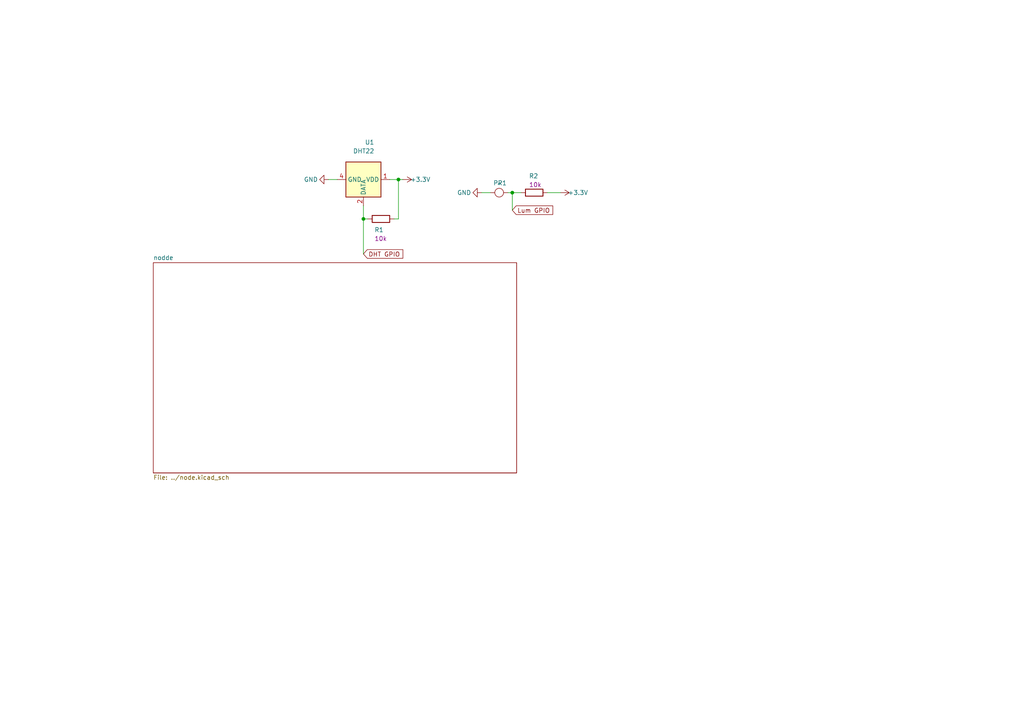
<source format=kicad_sch>
(kicad_sch (version 20231120) (generator "eeschema") (generator_version "8.0")
  (paper "A4")
  (lib_symbols
    (symbol "PCM_4ms_Power-symbol:+3.3V" (power) (pin_names (offset 0))
      (property "Value" "+3.3V" (at 0 3.556 0))
      (symbol "+3.3V_0_1"
        (polyline (pts (xy -0.762 1.27) (xy 0 2.54)))
        (polyline (pts (xy 0 0) (xy 0 2.54)))
        (polyline (pts (xy 0 2.54) (xy 0.762 1.27)))
      )
      (symbol "+3.3V_1_1"
        (pin power_in line (at 0 0 90) (length 0) hide (name "+3V3") (number "1"))
      )
    )
    (symbol "PCM_4ms_Power-symbol:GND" (power) (pin_names (offset 0))
      (property "Value" "GND" (at 0 -3.81 0))
      (symbol "GND_0_1"
        (polyline (pts (xy 0 0) (xy 0 -1.27) (xy 1.27 -1.27) (xy 0 -2.54) (xy -1.27 -1.27) (xy 0 -1.27)))
      )
      (symbol "GND_1_1"
        (pin power_in line (at 0 0 270) (length 0) hide (name "GND") (number "1"))
      )
    )
    (symbol "PCM_4ms_Resistor:10k_0402" (pin_numbers hide) (pin_names (offset 0))
      (property "Reference" "R" (at 2.032 0 90))
      (property "Display" "10k" (at 3.81 0 90))
      (symbol "10k_0402_0_1"
        (rectangle (start -1.016 -2.54) (end 1.016 2.54) (stroke (width 0.254)))
      )
      (symbol "10k_0402_1_1"
        (pin passive line (at 0 3.81 270) (length 1.27) (name "~") (number "1"))
        (pin passive line (at 0 -3.81 90) (length 1.27) (name "~") (number "2"))
      )
    )
    (symbol "PDV-P8003:PDV-P8003"
      (property "Reference" "PR" (at 0 2.286 0))
      (symbol "PDV-P8003_0_1"
        (circle (center 0 0) (radius 1.27))
      )
      (symbol "PDV-P8003_1_1"
        (pin bidirectional line (at -2.54 0 0) (length 1.27) (name "") (number ""))
        (pin bidirectional line (at 2.54 0 180) (length 1.27) (name "") (number ""))
      )
    )
    (symbol "Sensor:DHT11"
      (property "Reference" "U" (at -3.81 6.35 0))
      (property "Value" "DHT11" (at 3.81 6.35 0))
      (symbol "DHT11_0_1"
        (rectangle (start -5.08 5.08) (end 5.08 -5.08) (stroke (width 0.254)) (fill (type background)))
      )
      (symbol "DHT11_1_1"
        (pin power_in line (at 0 7.62 270) (length 2.54) (name "VDD") (number "1"))
        (pin bidirectional line (at 7.62 0 180) (length 2.54) (name "DATA") (number "2"))
        (pin no_connect line (at -5.08 0 0) (length 2.54) hide (name "NC") (number "3"))
        (pin power_in line (at 0 -7.62 90) (length 2.54) (name "GND") (number "4"))
      )
    )
  )
  (junction (at 148.59 55.88))
  (junction (at 115.57 52.07))
  (junction (at 105.41 63.5))
  (wire (pts (xy 158.75 55.88) (xy 162.56 55.88)))
  (wire (pts (xy 116.84 52.07) (xy 115.57 52.07)))
  (wire (pts (xy 151.13 55.88) (xy 148.59 55.88)))
  (wire (pts (xy 113.03 52.07) (xy 115.57 52.07)))
  (wire (pts (xy 148.59 55.88) (xy 148.59 60.96)))
  (wire (pts (xy 105.41 59.69) (xy 105.41 63.5)))
  (wire (pts (xy 139.7 55.88) (xy 142.24 55.88)))
  (wire (pts (xy 97.79 52.07) (xy 95.25 52.07)))
  (wire (pts (xy 106.68 63.5) (xy 105.41 63.5)))
  (wire (pts (xy 147.32 55.88) (xy 148.59 55.88)))
  (wire (pts (xy 115.57 63.5) (xy 114.3 63.5)))
  (wire (pts (xy 105.41 63.5) (xy 105.41 73.66)))
  (wire (pts (xy 115.57 63.5) (xy 115.57 52.07)))
  (global_label "Lum GPIO" (shape input) (at 148.59 60.96 0) (property "Intersheetrefs" "${INTERSHEET_REFS}" (effects (hide yes))))
  (global_label "DHT GPIO" (shape input) (at 105.41 73.66 0) (property "Intersheetrefs" "${INTERSHEET_REFS}" (effects (hide yes))))
  (symbol (lib_id "PDV-P8003:PDV-P8003") (at 144.78 55.88 0) (unit 1)
    (property "Reference" "PR1" (at 145.034 53.086 0))
    (property "Value" "~" (at 144.78 53.34 0))
    (property "Footprint" "OptoDevice:R_LDR_5.1x4.3mm_P3.4mm_Vertical" (effects (hide yes)))
  )
  (symbol (lib_id "PCM_4ms_Power-symbol:+3.3V") (at 116.84 52.07 270) (unit 1)
    (property "Reference" "#PWR02" (effects (hide yes)))
    (property "Value" "+3.3V" (at 121.92 52.07 90))
  )
  (symbol (lib_id "PCM_4ms_Resistor:10k_0402") (at 110.49 63.5 270) (unit 1)
    (property "Reference" "R1" (at 108.585 66.6749 90) (effects (justify left)))
    (property "Value" "10k_0402" (effects (hide yes)))
    (property "Footprint" "Resistor_SMD:R_0402_1005Metric" (effects (hide yes)))
    (property "Description" "10k, 1%, 1/16W, 0603" (effects (hide yes)))
    (property "Specifications" "10k, 1%, 1/10W, 0402" (effects (hide yes)))
    (property "Manufacturer" "Yageo" (effects (hide yes)))
    (property "Part Number" "RT0402FRE0710KL" (effects (hide yes)))
    (property "Display" "10k" (at 108.585 69.2149 90) (effects (justify left)))
    (property "Manufacturer 2" "Yageo" (effects (hide yes)))
    (property "Part Number 2" "RT0402DRE0710KL" (effects (hide yes)))
  )
  (symbol (lib_id "PCM_4ms_Power-symbol:GND") (at 139.7 55.88 270) (unit 1)
    (property "Reference" "#PWR03" (effects (hide yes)))
    (property "Value" "GND" (at 134.62 55.88 90))
  )
  (symbol (lib_id "PCM_4ms_Resistor:10k_0402") (at 154.94 55.88 270) (unit 1)
    (property "Reference" "R2" (at 153.416 51.054 90) (effects (justify left)))
    (property "Value" "10k_0402" (effects (hide yes)))
    (property "Footprint" "Resistor_SMD:R_0402_1005Metric" (effects (hide yes)))
    (property "Description" "10k, 1%, 1/16W, 0603" (effects (hide yes)))
    (property "Specifications" "10k, 1%, 1/10W, 0402" (effects (hide yes)))
    (property "Manufacturer" "Yageo" (effects (hide yes)))
    (property "Part Number" "RT0402FRE0710KL" (effects (hide yes)))
    (property "Display" "10k" (at 153.416 53.594 90) (effects (justify left)))
    (property "Manufacturer 2" "Yageo" (effects (hide yes)))
    (property "Part Number 2" "RT0402DRE0710KL" (effects (hide yes)))
  )
  (symbol (lib_id "PCM_4ms_Power-symbol:+3.3V") (at 162.56 55.88 270) (unit 1)
    (property "Reference" "#PWR04" (effects (hide yes)))
    (property "Value" "+3.3V" (at 167.64 55.88 90))
  )
  (symbol (lib_id "Sensor:DHT11") (at 105.41 52.07 270) (unit 1)
    (property "Reference" "U1" (at 108.585 41.2749 90) (effects (justify right)))
    (property "Value" "DHT22" (at 108.585 43.8149 90) (effects (justify right)))
    (property "Footprint" "Sensor:Aosong_DHT11_5.5x12.0_P2.54mm" (effects (hide yes)))
    (property "Datasheet" "http://akizukidenshi.com/download/ds/aosong/DHT11.pdf" (effects (hide yes)))
    (property "Description" "3.3V to 5.5V, temperature and humidity module, DHT11" (effects (hide yes)))
  )
  (symbol (lib_id "PCM_4ms_Power-symbol:GND") (at 95.25 52.07 270) (unit 1)
    (property "Reference" "#PWR01" (effects (hide yes)))
    (property "Value" "GND" (at 90.17 52.07 90))
  )
  (sheet (at 44.45 76.2) (size 105.41 60.96) (stroke (width 0.1524))
    (property "Sheetname" "nodde" (at 44.45 75.4884 0) (effects (justify left bottom)))
    (property "Sheetfile" "../node.kicad_sch" (at 44.45 137.7446 0) (effects (justify left top)))
  )
)
</source>
